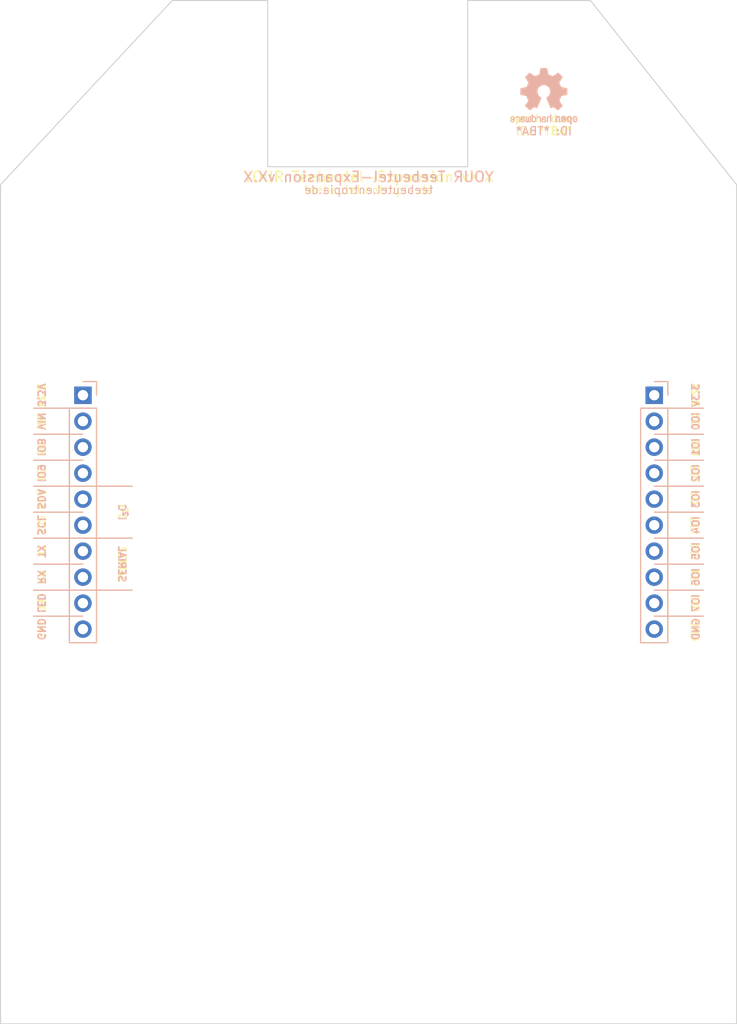
<source format=kicad_pcb>
(kicad_pcb (version 20211014) (generator pcbnew)
  (title_block (title "Teebeutel Expansion (Blank)") (date "2021-12-12") (rev "v1.0") (company "Entropia e.V.") (comment 1 "https://teebeutel.entropia.de") (comment 2 "License: CERN-OHL-S") (comment 3 "OSHW-ID: *TBA*"))
  (layers (0 "F.Cu" signal) (31 "B.Cu" signal) (34 "B.Paste" user) (35 "F.Paste" user) (36 "B.SilkS" user "B.Silkscreen") (37 "F.SilkS" user "F.Silkscreen") (38 "B.Mask" user) (39 "F.Mask" user) (44 "Edge.Cuts" user))
  (net 0 "")
  (net 1 "GND")
  (net 2 "LED")
  (net 3 "RxD")
  (net 4 "TxD")
  (net 5 "I2C-SCL")
  (net 6 "I2C-SDA")
  (net 7 "IO9")
  (net 8 "IO8")
  (net 9 "VIN")
  (net 10 "+3V3")
  (net 11 "IO7")
  (net 12 "IO6")
  (net 13 "IO5")
  (net 14 "IO4")
  (net 15 "IO3")
  (net 16 "IO2")
  (net 17 "IO1")
  (net 18 "IO0")
  (footprint "Symbol:OSHW-Logo2_7.3x6mm_SilkScreen" (layer "F.Cu") (at 165.649 50.79)
    (fp_text reference "REF**" hide)
    (fp_text value "OSHW-Logo2_7.3x6mm_SilkScreen" hide)
  )
  (footprint "Connector_PinSocket_2.54mm:PinSocket_1x10_P2.54mm_Vertical" (layer "F.Cu") (at 120.564 80)
    (fp_text reference "J2" hide)
    (fp_text value "Conn_01x10_Female" hide)
    (pad "1" thru_hole rect locked (at 0 0) (size 1.7 1.7) (drill 1) (layers *.Cu *.Mask) (net 10 "+3V3"))
    (pad "2" thru_hole oval locked (at 0 2.54) (size 1.7 1.7) (drill 1) (layers *.Cu *.Mask) (net 9 "VIN"))
    (pad "3" thru_hole oval locked (at 0 5.08) (size 1.7 1.7) (drill 1) (layers *.Cu *.Mask) (net 8 "IO8"))
    (pad "4" thru_hole oval locked (at 0 7.62) (size 1.7 1.7) (drill 1) (layers *.Cu *.Mask) (net 7 "IO9"))
    (pad "5" thru_hole oval locked (at 0 10.16) (size 1.7 1.7) (drill 1) (layers *.Cu *.Mask) (net 6 "I2C-SDA"))
    (pad "6" thru_hole oval locked (at 0 12.7) (size 1.7 1.7) (drill 1) (layers *.Cu *.Mask) (net 5 "I2C-SCL"))
    (pad "7" thru_hole oval locked (at 0 15.24) (size 1.7 1.7) (drill 1) (layers *.Cu *.Mask) (net 4 "TxD"))
    (pad "8" thru_hole oval locked (at 0 17.78) (size 1.7 1.7) (drill 1) (layers *.Cu *.Mask) (net 3 "RxD"))
    (pad "9" thru_hole oval locked (at 0 20.32) (size 1.7 1.7) (drill 1) (layers *.Cu *.Mask) (net 2 "LED"))
    (pad "10" thru_hole oval locked (at 0 22.86) (size 1.7 1.7) (drill 1) (layers *.Cu *.Mask) (net 1 "GND"))
  )
  (footprint "Connector_PinSocket_2.54mm:PinSocket_1x10_P2.54mm_Vertical" (layer "F.Cu") (at 176.444 80)
    (fp_text reference "J4" hide)
    (fp_text value "Conn_01x10_Female" hide)
    (pad "1" thru_hole rect locked (at 0 0) (size 1.7 1.7) (drill 1) (layers *.Cu *.Mask) (net 10 "+3V3"))
    (pad "2" thru_hole oval locked (at 0 2.54) (size 1.7 1.7) (drill 1) (layers *.Cu *.Mask) (net 11 "IO7"))
    (pad "3" thru_hole oval locked (at 0 5.08) (size 1.7 1.7) (drill 1) (layers *.Cu *.Mask) (net 12 "IO6"))
    (pad "4" thru_hole oval locked (at 0 7.62) (size 1.7 1.7) (drill 1) (layers *.Cu *.Mask) (net 13 "IO5"))
    (pad "5" thru_hole oval locked (at 0 10.16) (size 1.7 1.7) (drill 1) (layers *.Cu *.Mask) (net 14 "IO4"))
    (pad "6" thru_hole oval locked (at 0 12.7) (size 1.7 1.7) (drill 1) (layers *.Cu *.Mask) (net 15 "IO3"))
    (pad "7" thru_hole oval locked (at 0 15.24) (size 1.7 1.7) (drill 1) (layers *.Cu *.Mask) (net 16 "IO2"))
    (pad "8" thru_hole oval locked (at 0 17.78) (size 1.7 1.7) (drill 1) (layers *.Cu *.Mask) (net 17 "IO1"))
    (pad "9" thru_hole oval locked (at 0 20.32) (size 1.7 1.7) (drill 1) (layers *.Cu *.Mask) (net 18 "IO0"))
    (pad "10" thru_hole oval locked (at 0 22.86) (size 1.7 1.7) (drill 1) (layers *.Cu *.Mask) (net 1 "GND"))
  )
  (footprint "Symbol:OSHW-Logo2_7.3x6mm_SilkScreen" (layer "B.Cu") (at 165.649 50.79 180)
    (fp_text reference "REF**" hide)
    (fp_text value "OSHW-Logo2_7.3x6mm_SilkScreen" hide)
  )
  (footprint "Connector_PinHeader_2.54mm:PinHeader_1x10_P2.54mm_Vertical" (layer "B.Cu") (at 176.444 80 180)
    (fp_text reference "J3" hide)
    (fp_text value "Conn_01x10_Male" hide)
    (pad "1" thru_hole rect locked (at 0 0 180) (size 1.7 1.7) (drill 1) (layers *.Cu *.Mask) (net 10 "+3V3"))
    (pad "2" thru_hole oval locked (at 0 -2.54 180) (size 1.7 1.7) (drill 1) (layers *.Cu *.Mask) (net 11 "IO7"))
    (pad "3" thru_hole oval locked (at 0 -5.08 180) (size 1.7 1.7) (drill 1) (layers *.Cu *.Mask) (net 12 "IO6"))
    (pad "4" thru_hole oval locked (at 0 -7.62 180) (size 1.7 1.7) (drill 1) (layers *.Cu *.Mask) (net 13 "IO5"))
    (pad "5" thru_hole oval locked (at 0 -10.16 180) (size 1.7 1.7) (drill 1) (layers *.Cu *.Mask) (net 14 "IO4"))
    (pad "6" thru_hole oval locked (at 0 -12.7 180) (size 1.7 1.7) (drill 1) (layers *.Cu *.Mask) (net 15 "IO3"))
    (pad "7" thru_hole oval locked (at 0 -15.24 180) (size 1.7 1.7) (drill 1) (layers *.Cu *.Mask) (net 16 "IO2"))
    (pad "8" thru_hole oval locked (at 0 -17.78 180) (size 1.7 1.7) (drill 1) (layers *.Cu *.Mask) (net 17 "IO1"))
    (pad "9" thru_hole oval locked (at 0 -20.32 180) (size 1.7 1.7) (drill 1) (layers *.Cu *.Mask) (net 18 "IO0"))
    (pad "10" thru_hole oval locked (at 0 -22.86 180) (size 1.7 1.7) (drill 1) (layers *.Cu *.Mask) (net 1 "GND"))
  )
  (footprint "Connector_PinHeader_2.54mm:PinHeader_1x10_P2.54mm_Vertical" (layer "B.Cu") (at 120.564 80 180)
    (fp_text reference "J1" hide)
    (fp_text value "Conn_01x10_Male" hide)
    (pad "1" thru_hole rect locked (at 0 0 180) (size 1.7 1.7) (drill 1) (layers *.Cu *.Mask) (net 10 "+3V3"))
    (pad "2" thru_hole oval locked (at 0 -2.54 180) (size 1.7 1.7) (drill 1) (layers *.Cu *.Mask) (net 9 "VIN"))
    (pad "3" thru_hole oval locked (at 0 -5.08 180) (size 1.7 1.7) (drill 1) (layers *.Cu *.Mask) (net 8 "IO8"))
    (pad "4" thru_hole oval locked (at 0 -7.62 180) (size 1.7 1.7) (drill 1) (layers *.Cu *.Mask) (net 7 "IO9"))
    (pad "5" thru_hole oval locked (at 0 -10.16 180) (size 1.7 1.7) (drill 1) (layers *.Cu *.Mask) (net 6 "I2C-SDA"))
    (pad "6" thru_hole oval locked (at 0 -12.7 180) (size 1.7 1.7) (drill 1) (layers *.Cu *.Mask) (net 5 "I2C-SCL"))
    (pad "7" thru_hole oval locked (at 0 -15.24 180) (size 1.7 1.7) (drill 1) (layers *.Cu *.Mask) (net 4 "TxD"))
    (pad "8" thru_hole oval locked (at 0 -17.78 180) (size 1.7 1.7) (drill 1) (layers *.Cu *.Mask) (net 3 "RxD"))
    (pad "9" thru_hole oval locked (at 0 -20.32 180) (size 1.7 1.7) (drill 1) (layers *.Cu *.Mask) (net 2 "LED"))
    (pad "10" thru_hole oval locked (at 0 -22.86 180) (size 1.7 1.7) (drill 1) (layers *.Cu *.Mask) (net 1 "GND"))
  )
  (gr_line (start 181.27 91.43) (end 176.444 91.43) (layer "B.SilkS") (width 0.12))
  (gr_line (start 181.27 93.97) (end 176.444 93.97) (layer "B.SilkS") (width 0.12))
  (gr_line (start 181.27 83.81) (end 176.444 83.81) (layer "B.SilkS") (width 0.12))
  (gr_line (start 181.27 99.05) (end 176.444 99.05) (layer "B.SilkS") (width 0.12))
  (gr_line (start 181.27 88.89) (end 176.444 88.89) (layer "B.SilkS") (width 0.12))
  (gr_line (start 181.27 96.51) (end 176.444 96.51) (layer "B.SilkS") (width 0.12))
  (gr_line (start 181.27 101.59) (end 176.444 101.59) (layer "B.SilkS") (width 0.12))
  (gr_line (start 181.27 81.27) (end 176.444 81.27) (layer "B.SilkS") (width 0.12))
  (gr_line (start 181.27 86.35) (end 176.444 86.35) (layer "B.SilkS") (width 0.12))
  (gr_line (start 120.564 101.59) (end 115.738 101.59) (layer "B.SilkS") (width 0.12))
  (gr_line (start 120.564 96.51) (end 115.738 96.51) (layer "B.SilkS") (width 0.12))
  (gr_line (start 120.564 99.05) (end 115.738 99.05) (layer "B.SilkS") (width 0.12))
  (gr_line (start 120.564 91.43) (end 115.738 91.43) (layer "B.SilkS") (width 0.12))
  (gr_line (start 120.564 93.97) (end 115.738 93.97) (layer "B.SilkS") (width 0.12))
  (gr_line (start 120.564 81.27) (end 115.738 81.27) (layer "B.SilkS") (width 0.12))
  (gr_line (start 120.564 86.35) (end 115.738 86.35) (layer "B.SilkS") (width 0.12))
  (gr_line (start 120.564 88.89) (end 115.738 88.89) (layer "B.SilkS") (width 0.12))
  (gr_line (start 120.564 83.81) (end 115.738 83.81) (layer "B.SilkS") (width 0.12))
  (gr_line (start 120.564 88.89) (end 125.39 88.89) (layer "B.SilkS") (width 0.12))
  (gr_line (start 120.564 93.97) (end 125.39 93.97) (layer "B.SilkS") (width 0.12))
  (gr_line (start 125.39 99.05) (end 120.564 99.05) (layer "B.SilkS") (width 0.12))
  (gr_line (start 125.402 99.053) (end 120.576 99.053) (layer "F.SilkS") (width 0.12))
  (gr_line (start 125.402 93.973) (end 120.576 93.973) (layer "F.SilkS") (width 0.12))
  (gr_line (start 125.402 88.893) (end 120.576 88.893) (layer "F.SilkS") (width 0.12))
  (gr_line (start 176.447 93.97) (end 181.273 93.97) (layer "F.SilkS") (width 0.12))
  (gr_line (start 115.75 93.973) (end 120.576 93.973) (layer "F.SilkS") (width 0.12))
  (gr_line (start 115.75 99.053) (end 120.576 99.053) (layer "F.SilkS") (width 0.12))
  (gr_line (start 176.447 88.89) (end 181.273 88.89) (layer "F.SilkS") (width 0.12))
  (gr_line (start 176.447 96.51) (end 181.273 96.51) (layer "F.SilkS") (width 0.12))
  (gr_line (start 176.447 91.433) (end 181.273 91.433) (layer "F.SilkS") (width 0.12))
  (gr_line (start 115.75 91.433) (end 120.576 91.433) (layer "F.SilkS") (width 0.12))
  (gr_line (start 176.456 81.273) (end 181.282 81.273) (layer "F.SilkS") (width 0.12))
  (gr_line (start 115.75 83.813) (end 120.576 83.813) (layer "F.SilkS") (width 0.12))
  (gr_line (start 176.447 99.053) (end 181.273 99.053) (layer "F.SilkS") (width 0.12))
  (gr_line (start 115.75 86.353) (end 120.576 86.353) (layer "F.SilkS") (width 0.12))
  (gr_line (start 176.447 101.59) (end 181.273 101.59) (layer "F.SilkS") (width 0.12))
  (gr_line (start 176.447 86.35) (end 181.273 86.35) (layer "F.SilkS") (width 0.12))
  (gr_line (start 115.75 96.513) (end 120.576 96.513) (layer "F.SilkS") (width 0.12))
  (gr_line (start 115.75 88.893) (end 120.576 88.893) (layer "F.SilkS") (width 0.12))
  (gr_line (start 115.75 101.593) (end 120.576 101.593) (layer "F.SilkS") (width 0.12))
  (gr_line (start 115.75 81.27) (end 120.576 81.27) (layer "F.SilkS") (width 0.12))
  (gr_line (start 176.447 83.813) (end 181.273 83.813) (layer "F.SilkS") (width 0.12))
  (gr_line (start 129.304 41.43) (end 112.504 59.43) (layer "Edge.Cuts") (width 0.1))
  (gr_line (start 112.504 141.43) (end 112.504 59.43) (layer "Edge.Cuts") (width 0.1))
  (gr_line (start 170.204 41.43) (end 184.504 59.43) (layer "Edge.Cuts") (width 0.1))
  (gr_line (start 112.504 141.43) (end 184.504 141.43) (layer "Edge.Cuts") (width 0.1))
  (gr_line (start 158.194 41.43) (end 158.194 57.67) (layer "Edge.Cuts") (width 0.1))
  (gr_line (start 158.194 57.67) (end 138.634 57.67) (layer "Edge.Cuts") (width 0.1))
  (gr_line (start 138.634 57.67) (end 138.634 41.43) (layer "Edge.Cuts") (width 0.1))
  (gr_line (start 158.194 41.43) (end 170.204 41.43) (layer "Edge.Cuts") (width 0.1))
  (gr_line (start 138.634 41.43) (end 129.304 41.43) (layer "Edge.Cuts") (width 0.1))
  (gr_line (start 184.504 59.43) (end 184.504 141.43) (layer "Edge.Cuts") (width 0.1))
  (gr_text "3.3V" (at 180.508 80 90) (layer "B.SilkS") (effects (font (size 0.7 0.7)) (justify mirror)))
  (gr_text "GND\n" (at 180.508 102.86 90) (layer "B.SilkS") (effects (font (size 0.7 0.7)) (justify mirror)))
  (gr_text "IO3" (at 180.508 90.16 90) (layer "B.SilkS") (effects (font (size 0.7 0.7)) (justify mirror)))
  (gr_text "IO4" (at 180.508 92.7 90) (layer "B.SilkS") (effects (font (size 0.7 0.7)) (justify mirror)))
  (gr_text "IO2" (at 180.508 87.62 90) (layer "B.SilkS") (effects (font (size 0.7 0.7)) (justify mirror)))
  (gr_text "IO5" (at 180.508 95.24 90) (layer "B.SilkS") (effects (font (size 0.7 0.7)) (justify mirror)))
  (gr_text "IO1" (at 180.508 85.08 90) (layer "B.SilkS") (effects (font (size 0.7 0.7)) (justify mirror)))
  (gr_text "IO6" (at 180.508 97.78 90) (layer "B.SilkS") (effects (font (size 0.7 0.7)) (justify mirror)))
  (gr_text "IO7" (at 180.508 100.32 90) (layer "B.SilkS") (effects (font (size 0.7 0.7)) (justify mirror)))
  (gr_text "IO0" (at 180.508 82.54 90) (layer "B.SilkS") (effects (font (size 0.7 0.7)) (justify mirror)))
  (gr_text "IO8" (at 116.5 85.08 270) (layer "B.SilkS") (effects (font (size 0.7 0.7)) (justify mirror)))
  (gr_text "SERIAL" (at 124.383 96.51 270) (layer "B.SilkS") (effects (font (size 0.7 0.7)) (justify mirror)))
  (gr_text "SDA" (at 116.5 90.16 270) (layer "B.SilkS") (effects (font (size 0.7 0.7)) (justify mirror)))
  (gr_text "SCL" (at 116.5 92.7 270) (layer "B.SilkS") (effects (font (size 0.7 0.7)) (justify mirror)))
  (gr_text "I²C" (at 124.383 91.43 270) (layer "B.SilkS") (effects (font (size 0.7 0.7)) (justify mirror)))
  (gr_text "TX" (at 116.5 95.24 270) (layer "B.SilkS") (effects (font (size 0.7 0.7)) (justify mirror)))
  (gr_text "RX" (at 116.5 97.78 270) (layer "B.SilkS") (effects (font (size 0.7 0.7)) (justify mirror)))
  (gr_text "VIN" (at 116.5 82.54 270) (layer "B.SilkS") (effects (font (size 0.7 0.7)) (justify mirror)))
  (gr_text "3.3V" (at 116.5 80 270) (layer "B.SilkS") (effects (font (size 0.7 0.7)) (justify mirror)))
  (gr_text "GND" (at 116.5 102.86 270) (layer "B.SilkS") (effects (font (size 0.7 0.7)) (justify mirror)))
  (gr_text "IO9" (at 116.5 87.62 270) (layer "B.SilkS") (effects (font (size 0.7 0.7)) (justify mirror)))
  (gr_text "LED" (at 116.5 100.32 270) (layer "B.SilkS") (effects (font (size 0.7 0.7)) (justify mirror)))
  (gr_text "ID: *TBA*" (at 165.649 54.19) (layer "B.SilkS") (effects (font (size 0.8 0.8) (thickness 0.125)) (justify mirror)))
  (gr_text "teebeutel.entropia.de" (at 148.504 59.934) (layer "B.SilkS") (effects (font (size 0.8 0.8) (thickness 0.1)) (justify mirror)))
  (gr_text "YOUR Teebeutel-Expansion vX.X" (at 148.504 58.664) (layer "B.SilkS") (effects (font (size 1 1)) (justify mirror)))
  (gr_text "ID: *TBA*" (at 165.652 54.19) (layer "F.SilkS") (effects (font (size 0.8 0.8) (thickness 0.125))))
  (gr_text "SERIAL" (at 124.386 96.513 -90) (layer "F.SilkS") (effects (font (size 0.7 0.7))))
  (gr_text "GND\n" (at 180.448 102.971 90) (layer "F.SilkS") (effects (font (size 0.7 0.7))))
  (gr_text "LED" (at 116.448 100.323 -90) (layer "F.SilkS") (effects (font (size 0.7 0.7))))
  (gr_text "IO9" (at 116.448 87.623 -90) (layer "F.SilkS") (effects (font (size 0.7 0.7))))
  (gr_text "GND" (at 116.448 102.863 -90) (layer "F.SilkS") (effects (font (size 0.7 0.7))))
  (gr_text "IO0" (at 180.448 100.323 90) (layer "F.SilkS") (effects (font (size 0.7 0.7))))
  (gr_text "IO7" (at 180.52 82.543 90) (layer "F.SilkS") (effects (font (size 0.7 0.7))))
  (gr_text "3.3V" (at 116.448 80.003 -90) (layer "F.SilkS") (effects (font (size 0.7 0.7))))
  (gr_text "VIN" (at 116.448 82.543 -90) (layer "F.SilkS") (effects (font (size 0.7 0.7))))
  (gr_text "TX" (at 116.448 95.243 -90) (layer "F.SilkS") (effects (font (size 0.7 0.7))))
  (gr_text "IO2" (at 180.448 95.243 90) (layer "F.SilkS") (effects (font (size 0.7 0.7))))
  (gr_text "IO6" (at 180.52 85.083 90) (layer "F.SilkS") (effects (font (size 0.7 0.7))))
  (gr_text "I²C" (at 124.386 91.433 -90) (layer "F.SilkS") (effects (font (size 0.7 0.7))))
  (gr_text "SCL" (at 116.448 92.703 -90) (layer "F.SilkS") (effects (font (size 0.7 0.7))))
  (gr_text "IO1" (at 180.448 97.783 90) (layer "F.SilkS") (effects (font (size 0.7 0.7))))
  (gr_text "SDA" (at 116.448 90.163 -90) (layer "F.SilkS") (effects (font (size 0.7 0.7))))
  (gr_text "IO4" (at 180.448 90.163 90) (layer "F.SilkS") (effects (font (size 0.7 0.7))))
  (gr_text "RX" (at 116.448 97.783 -90) (layer "F.SilkS") (effects (font (size 0.7 0.7))))
  (gr_text "IO3" (at 180.448 92.703 90) (layer "F.SilkS") (effects (font (size 0.7 0.7))))
  (gr_text "IO5" (at 180.448 87.623 90) (layer "F.SilkS") (effects (font (size 0.7 0.7))))
  (gr_text "IO8" (at 116.448 85.083 -90) (layer "F.SilkS") (effects (font (size 0.7 0.7))))
  (gr_text "3.3V" (at 180.52 80 90) (layer "F.SilkS") (effects (font (size 0.7 0.7))))
  (gr_text "teebeutel.entropia.de" (at 148.507 59.934) (layer "F.SilkS") (effects (font (size 0.8 0.8) (thickness 0.1))))
  (gr_text "YOUR Teebeutel-Expansion vX.X" (at 148.507 58.664) (layer "F.SilkS") (effects (font (size 1 1))))
)
</source>
